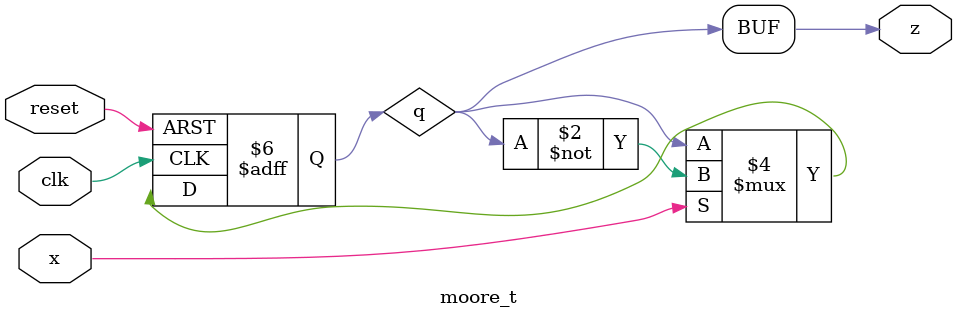
<source format=v>
module moore_t (
    // clk: Clock input signal. State changes are synchronized to the positive edge of this clock.
    input clk,
    // reset: Asynchronous reset input. When high, immediately sets the state to 0, regardless of clock.
    input reset,
    // x: Primary input signal. Acts as the toggle enable: if x=1, state toggles on clock edge; if x=0, state holds.
    input x,
    // z: Output signal. In Moore machine, output depends only on current state, so z = q.
    output reg z
);
    // q: Internal state register. Holds the current state of the FSM (1-bit, so two possible states: 0 or 1).
    reg q;

    // State transition logic block. Sensitive to positive edge of clk or positive edge of reset.
    // This implements asynchronous reset and synchronous state update based on T flip-flop behavior.
    always @(posedge clk or posedge reset) begin
        if (reset)
            q <= 1'b0;  // Asynchronous reset: force state to 0
        else if (x)
            q <= ~q;    // Synchronous toggle: if x=1, invert q (T flip-flop action); if x=0, q remains unchanged
    end

    // Output logic block. Combinational, triggered whenever inputs change (but here, only depends on q).
    // In Moore machines, outputs are a function of the current state only.
    always @(*) begin
        z = q;  // Assign the output z to the current state value q
    end
endmodule

</source>
